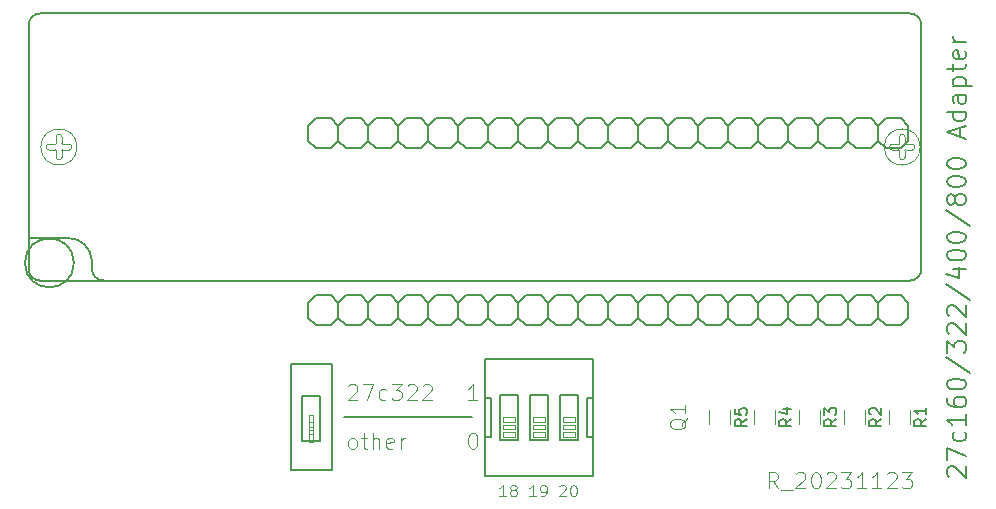
<source format=gto>
%TF.GenerationSoftware,KiCad,Pcbnew,7.0.8*%
%TF.CreationDate,2023-11-23T12:29:14-06:00*%
%TF.ProjectId,27C160_Adapter,32374331-3630-45f4-9164-61707465722e,1.1*%
%TF.SameCoordinates,Original*%
%TF.FileFunction,Legend,Top*%
%TF.FilePolarity,Positive*%
%FSLAX46Y46*%
G04 Gerber Fmt 4.6, Leading zero omitted, Abs format (unit mm)*
G04 Created by KiCad (PCBNEW 7.0.8) date 2023-11-23 12:29:14*
%MOMM*%
%LPD*%
G01*
G04 APERTURE LIST*
%ADD10C,0.113792*%
%ADD11C,0.134112*%
%ADD12C,0.081280*%
%ADD13C,0.150000*%
%ADD14C,0.101600*%
%ADD15C,0.203200*%
%ADD16C,0.152400*%
%ADD17C,0.066040*%
%ADD18C,0.127000*%
%ADD19C,0.120000*%
G04 APERTURE END LIST*
D10*
X171874536Y-125020231D02*
X171424109Y-124376765D01*
X171102376Y-125020231D02*
X171102376Y-123668951D01*
X171102376Y-123668951D02*
X171617149Y-123668951D01*
X171617149Y-123668951D02*
X171745843Y-123733298D01*
X171745843Y-123733298D02*
X171810189Y-123797645D01*
X171810189Y-123797645D02*
X171874536Y-123926338D01*
X171874536Y-123926338D02*
X171874536Y-124119378D01*
X171874536Y-124119378D02*
X171810189Y-124248071D01*
X171810189Y-124248071D02*
X171745843Y-124312418D01*
X171745843Y-124312418D02*
X171617149Y-124376765D01*
X171617149Y-124376765D02*
X171102376Y-124376765D01*
X172131923Y-125148925D02*
X173161469Y-125148925D01*
X173418856Y-123797645D02*
X173483203Y-123733298D01*
X173483203Y-123733298D02*
X173611896Y-123668951D01*
X173611896Y-123668951D02*
X173933630Y-123668951D01*
X173933630Y-123668951D02*
X174062323Y-123733298D01*
X174062323Y-123733298D02*
X174126670Y-123797645D01*
X174126670Y-123797645D02*
X174191016Y-123926338D01*
X174191016Y-123926338D02*
X174191016Y-124055031D01*
X174191016Y-124055031D02*
X174126670Y-124248071D01*
X174126670Y-124248071D02*
X173354510Y-125020231D01*
X173354510Y-125020231D02*
X174191016Y-125020231D01*
X175027523Y-123668951D02*
X175156216Y-123668951D01*
X175156216Y-123668951D02*
X175284909Y-123733298D01*
X175284909Y-123733298D02*
X175349256Y-123797645D01*
X175349256Y-123797645D02*
X175413603Y-123926338D01*
X175413603Y-123926338D02*
X175477949Y-124183725D01*
X175477949Y-124183725D02*
X175477949Y-124505458D01*
X175477949Y-124505458D02*
X175413603Y-124762845D01*
X175413603Y-124762845D02*
X175349256Y-124891538D01*
X175349256Y-124891538D02*
X175284909Y-124955885D01*
X175284909Y-124955885D02*
X175156216Y-125020231D01*
X175156216Y-125020231D02*
X175027523Y-125020231D01*
X175027523Y-125020231D02*
X174898829Y-124955885D01*
X174898829Y-124955885D02*
X174834483Y-124891538D01*
X174834483Y-124891538D02*
X174770136Y-124762845D01*
X174770136Y-124762845D02*
X174705789Y-124505458D01*
X174705789Y-124505458D02*
X174705789Y-124183725D01*
X174705789Y-124183725D02*
X174770136Y-123926338D01*
X174770136Y-123926338D02*
X174834483Y-123797645D01*
X174834483Y-123797645D02*
X174898829Y-123733298D01*
X174898829Y-123733298D02*
X175027523Y-123668951D01*
X175992722Y-123797645D02*
X176057069Y-123733298D01*
X176057069Y-123733298D02*
X176185762Y-123668951D01*
X176185762Y-123668951D02*
X176507496Y-123668951D01*
X176507496Y-123668951D02*
X176636189Y-123733298D01*
X176636189Y-123733298D02*
X176700536Y-123797645D01*
X176700536Y-123797645D02*
X176764882Y-123926338D01*
X176764882Y-123926338D02*
X176764882Y-124055031D01*
X176764882Y-124055031D02*
X176700536Y-124248071D01*
X176700536Y-124248071D02*
X175928376Y-125020231D01*
X175928376Y-125020231D02*
X176764882Y-125020231D01*
X177215309Y-123668951D02*
X178051815Y-123668951D01*
X178051815Y-123668951D02*
X177601389Y-124183725D01*
X177601389Y-124183725D02*
X177794429Y-124183725D01*
X177794429Y-124183725D02*
X177923122Y-124248071D01*
X177923122Y-124248071D02*
X177987469Y-124312418D01*
X177987469Y-124312418D02*
X178051815Y-124441111D01*
X178051815Y-124441111D02*
X178051815Y-124762845D01*
X178051815Y-124762845D02*
X177987469Y-124891538D01*
X177987469Y-124891538D02*
X177923122Y-124955885D01*
X177923122Y-124955885D02*
X177794429Y-125020231D01*
X177794429Y-125020231D02*
X177408349Y-125020231D01*
X177408349Y-125020231D02*
X177279655Y-124955885D01*
X177279655Y-124955885D02*
X177215309Y-124891538D01*
X179338748Y-125020231D02*
X178566588Y-125020231D01*
X178952668Y-125020231D02*
X178952668Y-123668951D01*
X178952668Y-123668951D02*
X178823975Y-123861991D01*
X178823975Y-123861991D02*
X178695282Y-123990685D01*
X178695282Y-123990685D02*
X178566588Y-124055031D01*
X180625681Y-125020231D02*
X179853521Y-125020231D01*
X180239601Y-125020231D02*
X180239601Y-123668951D01*
X180239601Y-123668951D02*
X180110908Y-123861991D01*
X180110908Y-123861991D02*
X179982215Y-123990685D01*
X179982215Y-123990685D02*
X179853521Y-124055031D01*
X181140454Y-123797645D02*
X181204801Y-123733298D01*
X181204801Y-123733298D02*
X181333494Y-123668951D01*
X181333494Y-123668951D02*
X181655228Y-123668951D01*
X181655228Y-123668951D02*
X181783921Y-123733298D01*
X181783921Y-123733298D02*
X181848268Y-123797645D01*
X181848268Y-123797645D02*
X181912614Y-123926338D01*
X181912614Y-123926338D02*
X181912614Y-124055031D01*
X181912614Y-124055031D02*
X181848268Y-124248071D01*
X181848268Y-124248071D02*
X181076108Y-125020231D01*
X181076108Y-125020231D02*
X181912614Y-125020231D01*
X182363041Y-123668951D02*
X183199547Y-123668951D01*
X183199547Y-123668951D02*
X182749121Y-124183725D01*
X182749121Y-124183725D02*
X182942161Y-124183725D01*
X182942161Y-124183725D02*
X183070854Y-124248071D01*
X183070854Y-124248071D02*
X183135201Y-124312418D01*
X183135201Y-124312418D02*
X183199547Y-124441111D01*
X183199547Y-124441111D02*
X183199547Y-124762845D01*
X183199547Y-124762845D02*
X183135201Y-124891538D01*
X183135201Y-124891538D02*
X183070854Y-124955885D01*
X183070854Y-124955885D02*
X182942161Y-125020231D01*
X182942161Y-125020231D02*
X182556081Y-125020231D01*
X182556081Y-125020231D02*
X182427387Y-124955885D01*
X182427387Y-124955885D02*
X182363041Y-124891538D01*
D11*
X186317219Y-124068420D02*
X186241382Y-123992583D01*
X186241382Y-123992583D02*
X186165545Y-123840909D01*
X186165545Y-123840909D02*
X186165545Y-123461723D01*
X186165545Y-123461723D02*
X186241382Y-123310049D01*
X186241382Y-123310049D02*
X186317219Y-123234211D01*
X186317219Y-123234211D02*
X186468893Y-123158374D01*
X186468893Y-123158374D02*
X186620568Y-123158374D01*
X186620568Y-123158374D02*
X186848079Y-123234211D01*
X186848079Y-123234211D02*
X187758125Y-124144257D01*
X187758125Y-124144257D02*
X187758125Y-123158374D01*
X186165545Y-122627514D02*
X186165545Y-121565794D01*
X186165545Y-121565794D02*
X187758125Y-122248328D01*
X187682288Y-120276563D02*
X187758125Y-120428237D01*
X187758125Y-120428237D02*
X187758125Y-120731585D01*
X187758125Y-120731585D02*
X187682288Y-120883260D01*
X187682288Y-120883260D02*
X187606450Y-120959097D01*
X187606450Y-120959097D02*
X187454776Y-121034934D01*
X187454776Y-121034934D02*
X186999753Y-121034934D01*
X186999753Y-121034934D02*
X186848079Y-120959097D01*
X186848079Y-120959097D02*
X186772242Y-120883260D01*
X186772242Y-120883260D02*
X186696405Y-120731585D01*
X186696405Y-120731585D02*
X186696405Y-120428237D01*
X186696405Y-120428237D02*
X186772242Y-120276563D01*
X187758125Y-118759819D02*
X187758125Y-119669865D01*
X187758125Y-119214842D02*
X186165545Y-119214842D01*
X186165545Y-119214842D02*
X186393056Y-119366516D01*
X186393056Y-119366516D02*
X186544730Y-119518191D01*
X186544730Y-119518191D02*
X186620568Y-119669865D01*
X186165545Y-117394751D02*
X186165545Y-117698099D01*
X186165545Y-117698099D02*
X186241382Y-117849773D01*
X186241382Y-117849773D02*
X186317219Y-117925611D01*
X186317219Y-117925611D02*
X186544730Y-118077285D01*
X186544730Y-118077285D02*
X186848079Y-118153122D01*
X186848079Y-118153122D02*
X187454776Y-118153122D01*
X187454776Y-118153122D02*
X187606450Y-118077285D01*
X187606450Y-118077285D02*
X187682288Y-118001448D01*
X187682288Y-118001448D02*
X187758125Y-117849773D01*
X187758125Y-117849773D02*
X187758125Y-117546425D01*
X187758125Y-117546425D02*
X187682288Y-117394751D01*
X187682288Y-117394751D02*
X187606450Y-117318913D01*
X187606450Y-117318913D02*
X187454776Y-117243076D01*
X187454776Y-117243076D02*
X187075590Y-117243076D01*
X187075590Y-117243076D02*
X186923916Y-117318913D01*
X186923916Y-117318913D02*
X186848079Y-117394751D01*
X186848079Y-117394751D02*
X186772242Y-117546425D01*
X186772242Y-117546425D02*
X186772242Y-117849773D01*
X186772242Y-117849773D02*
X186848079Y-118001448D01*
X186848079Y-118001448D02*
X186923916Y-118077285D01*
X186923916Y-118077285D02*
X187075590Y-118153122D01*
X186165545Y-116257193D02*
X186165545Y-116105519D01*
X186165545Y-116105519D02*
X186241382Y-115953845D01*
X186241382Y-115953845D02*
X186317219Y-115878008D01*
X186317219Y-115878008D02*
X186468893Y-115802170D01*
X186468893Y-115802170D02*
X186772242Y-115726333D01*
X186772242Y-115726333D02*
X187151428Y-115726333D01*
X187151428Y-115726333D02*
X187454776Y-115802170D01*
X187454776Y-115802170D02*
X187606450Y-115878008D01*
X187606450Y-115878008D02*
X187682288Y-115953845D01*
X187682288Y-115953845D02*
X187758125Y-116105519D01*
X187758125Y-116105519D02*
X187758125Y-116257193D01*
X187758125Y-116257193D02*
X187682288Y-116408868D01*
X187682288Y-116408868D02*
X187606450Y-116484705D01*
X187606450Y-116484705D02*
X187454776Y-116560542D01*
X187454776Y-116560542D02*
X187151428Y-116636379D01*
X187151428Y-116636379D02*
X186772242Y-116636379D01*
X186772242Y-116636379D02*
X186468893Y-116560542D01*
X186468893Y-116560542D02*
X186317219Y-116484705D01*
X186317219Y-116484705D02*
X186241382Y-116408868D01*
X186241382Y-116408868D02*
X186165545Y-116257193D01*
X186089708Y-113906242D02*
X188137310Y-115271310D01*
X186165545Y-113527056D02*
X186165545Y-112541173D01*
X186165545Y-112541173D02*
X186772242Y-113072033D01*
X186772242Y-113072033D02*
X186772242Y-112844522D01*
X186772242Y-112844522D02*
X186848079Y-112692848D01*
X186848079Y-112692848D02*
X186923916Y-112617010D01*
X186923916Y-112617010D02*
X187075590Y-112541173D01*
X187075590Y-112541173D02*
X187454776Y-112541173D01*
X187454776Y-112541173D02*
X187606450Y-112617010D01*
X187606450Y-112617010D02*
X187682288Y-112692848D01*
X187682288Y-112692848D02*
X187758125Y-112844522D01*
X187758125Y-112844522D02*
X187758125Y-113299545D01*
X187758125Y-113299545D02*
X187682288Y-113451219D01*
X187682288Y-113451219D02*
X187606450Y-113527056D01*
X186317219Y-111934476D02*
X186241382Y-111858639D01*
X186241382Y-111858639D02*
X186165545Y-111706965D01*
X186165545Y-111706965D02*
X186165545Y-111327779D01*
X186165545Y-111327779D02*
X186241382Y-111176105D01*
X186241382Y-111176105D02*
X186317219Y-111100267D01*
X186317219Y-111100267D02*
X186468893Y-111024430D01*
X186468893Y-111024430D02*
X186620568Y-111024430D01*
X186620568Y-111024430D02*
X186848079Y-111100267D01*
X186848079Y-111100267D02*
X187758125Y-112010313D01*
X187758125Y-112010313D02*
X187758125Y-111024430D01*
X186317219Y-110417733D02*
X186241382Y-110341896D01*
X186241382Y-110341896D02*
X186165545Y-110190222D01*
X186165545Y-110190222D02*
X186165545Y-109811036D01*
X186165545Y-109811036D02*
X186241382Y-109659362D01*
X186241382Y-109659362D02*
X186317219Y-109583524D01*
X186317219Y-109583524D02*
X186468893Y-109507687D01*
X186468893Y-109507687D02*
X186620568Y-109507687D01*
X186620568Y-109507687D02*
X186848079Y-109583524D01*
X186848079Y-109583524D02*
X187758125Y-110493570D01*
X187758125Y-110493570D02*
X187758125Y-109507687D01*
X186089708Y-107687596D02*
X188137310Y-109052664D01*
X186696405Y-106474202D02*
X187758125Y-106474202D01*
X186089708Y-106853387D02*
X187227265Y-107232573D01*
X187227265Y-107232573D02*
X187227265Y-106246690D01*
X186165545Y-105336644D02*
X186165545Y-105184970D01*
X186165545Y-105184970D02*
X186241382Y-105033296D01*
X186241382Y-105033296D02*
X186317219Y-104957459D01*
X186317219Y-104957459D02*
X186468893Y-104881621D01*
X186468893Y-104881621D02*
X186772242Y-104805784D01*
X186772242Y-104805784D02*
X187151428Y-104805784D01*
X187151428Y-104805784D02*
X187454776Y-104881621D01*
X187454776Y-104881621D02*
X187606450Y-104957459D01*
X187606450Y-104957459D02*
X187682288Y-105033296D01*
X187682288Y-105033296D02*
X187758125Y-105184970D01*
X187758125Y-105184970D02*
X187758125Y-105336644D01*
X187758125Y-105336644D02*
X187682288Y-105488319D01*
X187682288Y-105488319D02*
X187606450Y-105564156D01*
X187606450Y-105564156D02*
X187454776Y-105639993D01*
X187454776Y-105639993D02*
X187151428Y-105715830D01*
X187151428Y-105715830D02*
X186772242Y-105715830D01*
X186772242Y-105715830D02*
X186468893Y-105639993D01*
X186468893Y-105639993D02*
X186317219Y-105564156D01*
X186317219Y-105564156D02*
X186241382Y-105488319D01*
X186241382Y-105488319D02*
X186165545Y-105336644D01*
X186165545Y-103819901D02*
X186165545Y-103668227D01*
X186165545Y-103668227D02*
X186241382Y-103516553D01*
X186241382Y-103516553D02*
X186317219Y-103440716D01*
X186317219Y-103440716D02*
X186468893Y-103364878D01*
X186468893Y-103364878D02*
X186772242Y-103289041D01*
X186772242Y-103289041D02*
X187151428Y-103289041D01*
X187151428Y-103289041D02*
X187454776Y-103364878D01*
X187454776Y-103364878D02*
X187606450Y-103440716D01*
X187606450Y-103440716D02*
X187682288Y-103516553D01*
X187682288Y-103516553D02*
X187758125Y-103668227D01*
X187758125Y-103668227D02*
X187758125Y-103819901D01*
X187758125Y-103819901D02*
X187682288Y-103971576D01*
X187682288Y-103971576D02*
X187606450Y-104047413D01*
X187606450Y-104047413D02*
X187454776Y-104123250D01*
X187454776Y-104123250D02*
X187151428Y-104199087D01*
X187151428Y-104199087D02*
X186772242Y-104199087D01*
X186772242Y-104199087D02*
X186468893Y-104123250D01*
X186468893Y-104123250D02*
X186317219Y-104047413D01*
X186317219Y-104047413D02*
X186241382Y-103971576D01*
X186241382Y-103971576D02*
X186165545Y-103819901D01*
X186089708Y-101468950D02*
X188137310Y-102834018D01*
X186848079Y-100710578D02*
X186772242Y-100862253D01*
X186772242Y-100862253D02*
X186696405Y-100938090D01*
X186696405Y-100938090D02*
X186544730Y-101013927D01*
X186544730Y-101013927D02*
X186468893Y-101013927D01*
X186468893Y-101013927D02*
X186317219Y-100938090D01*
X186317219Y-100938090D02*
X186241382Y-100862253D01*
X186241382Y-100862253D02*
X186165545Y-100710578D01*
X186165545Y-100710578D02*
X186165545Y-100407230D01*
X186165545Y-100407230D02*
X186241382Y-100255556D01*
X186241382Y-100255556D02*
X186317219Y-100179718D01*
X186317219Y-100179718D02*
X186468893Y-100103881D01*
X186468893Y-100103881D02*
X186544730Y-100103881D01*
X186544730Y-100103881D02*
X186696405Y-100179718D01*
X186696405Y-100179718D02*
X186772242Y-100255556D01*
X186772242Y-100255556D02*
X186848079Y-100407230D01*
X186848079Y-100407230D02*
X186848079Y-100710578D01*
X186848079Y-100710578D02*
X186923916Y-100862253D01*
X186923916Y-100862253D02*
X186999753Y-100938090D01*
X186999753Y-100938090D02*
X187151428Y-101013927D01*
X187151428Y-101013927D02*
X187454776Y-101013927D01*
X187454776Y-101013927D02*
X187606450Y-100938090D01*
X187606450Y-100938090D02*
X187682288Y-100862253D01*
X187682288Y-100862253D02*
X187758125Y-100710578D01*
X187758125Y-100710578D02*
X187758125Y-100407230D01*
X187758125Y-100407230D02*
X187682288Y-100255556D01*
X187682288Y-100255556D02*
X187606450Y-100179718D01*
X187606450Y-100179718D02*
X187454776Y-100103881D01*
X187454776Y-100103881D02*
X187151428Y-100103881D01*
X187151428Y-100103881D02*
X186999753Y-100179718D01*
X186999753Y-100179718D02*
X186923916Y-100255556D01*
X186923916Y-100255556D02*
X186848079Y-100407230D01*
X186165545Y-99117998D02*
X186165545Y-98966324D01*
X186165545Y-98966324D02*
X186241382Y-98814650D01*
X186241382Y-98814650D02*
X186317219Y-98738813D01*
X186317219Y-98738813D02*
X186468893Y-98662975D01*
X186468893Y-98662975D02*
X186772242Y-98587138D01*
X186772242Y-98587138D02*
X187151428Y-98587138D01*
X187151428Y-98587138D02*
X187454776Y-98662975D01*
X187454776Y-98662975D02*
X187606450Y-98738813D01*
X187606450Y-98738813D02*
X187682288Y-98814650D01*
X187682288Y-98814650D02*
X187758125Y-98966324D01*
X187758125Y-98966324D02*
X187758125Y-99117998D01*
X187758125Y-99117998D02*
X187682288Y-99269673D01*
X187682288Y-99269673D02*
X187606450Y-99345510D01*
X187606450Y-99345510D02*
X187454776Y-99421347D01*
X187454776Y-99421347D02*
X187151428Y-99497184D01*
X187151428Y-99497184D02*
X186772242Y-99497184D01*
X186772242Y-99497184D02*
X186468893Y-99421347D01*
X186468893Y-99421347D02*
X186317219Y-99345510D01*
X186317219Y-99345510D02*
X186241382Y-99269673D01*
X186241382Y-99269673D02*
X186165545Y-99117998D01*
X186165545Y-97601255D02*
X186165545Y-97449581D01*
X186165545Y-97449581D02*
X186241382Y-97297907D01*
X186241382Y-97297907D02*
X186317219Y-97222070D01*
X186317219Y-97222070D02*
X186468893Y-97146232D01*
X186468893Y-97146232D02*
X186772242Y-97070395D01*
X186772242Y-97070395D02*
X187151428Y-97070395D01*
X187151428Y-97070395D02*
X187454776Y-97146232D01*
X187454776Y-97146232D02*
X187606450Y-97222070D01*
X187606450Y-97222070D02*
X187682288Y-97297907D01*
X187682288Y-97297907D02*
X187758125Y-97449581D01*
X187758125Y-97449581D02*
X187758125Y-97601255D01*
X187758125Y-97601255D02*
X187682288Y-97752930D01*
X187682288Y-97752930D02*
X187606450Y-97828767D01*
X187606450Y-97828767D02*
X187454776Y-97904604D01*
X187454776Y-97904604D02*
X187151428Y-97980441D01*
X187151428Y-97980441D02*
X186772242Y-97980441D01*
X186772242Y-97980441D02*
X186468893Y-97904604D01*
X186468893Y-97904604D02*
X186317219Y-97828767D01*
X186317219Y-97828767D02*
X186241382Y-97752930D01*
X186241382Y-97752930D02*
X186165545Y-97601255D01*
X187303102Y-95250304D02*
X187303102Y-94491933D01*
X187758125Y-95401978D02*
X186165545Y-94871118D01*
X186165545Y-94871118D02*
X187758125Y-94340258D01*
X187758125Y-93126864D02*
X186165545Y-93126864D01*
X187682288Y-93126864D02*
X187758125Y-93278538D01*
X187758125Y-93278538D02*
X187758125Y-93581886D01*
X187758125Y-93581886D02*
X187682288Y-93733561D01*
X187682288Y-93733561D02*
X187606450Y-93809398D01*
X187606450Y-93809398D02*
X187454776Y-93885235D01*
X187454776Y-93885235D02*
X186999753Y-93885235D01*
X186999753Y-93885235D02*
X186848079Y-93809398D01*
X186848079Y-93809398D02*
X186772242Y-93733561D01*
X186772242Y-93733561D02*
X186696405Y-93581886D01*
X186696405Y-93581886D02*
X186696405Y-93278538D01*
X186696405Y-93278538D02*
X186772242Y-93126864D01*
X187758125Y-91685958D02*
X186923916Y-91685958D01*
X186923916Y-91685958D02*
X186772242Y-91761795D01*
X186772242Y-91761795D02*
X186696405Y-91913469D01*
X186696405Y-91913469D02*
X186696405Y-92216818D01*
X186696405Y-92216818D02*
X186772242Y-92368492D01*
X187682288Y-91685958D02*
X187758125Y-91837632D01*
X187758125Y-91837632D02*
X187758125Y-92216818D01*
X187758125Y-92216818D02*
X187682288Y-92368492D01*
X187682288Y-92368492D02*
X187530613Y-92444329D01*
X187530613Y-92444329D02*
X187378939Y-92444329D01*
X187378939Y-92444329D02*
X187227265Y-92368492D01*
X187227265Y-92368492D02*
X187151428Y-92216818D01*
X187151428Y-92216818D02*
X187151428Y-91837632D01*
X187151428Y-91837632D02*
X187075590Y-91685958D01*
X186696405Y-90927586D02*
X188288985Y-90927586D01*
X186772242Y-90927586D02*
X186696405Y-90775912D01*
X186696405Y-90775912D02*
X186696405Y-90472563D01*
X186696405Y-90472563D02*
X186772242Y-90320889D01*
X186772242Y-90320889D02*
X186848079Y-90245052D01*
X186848079Y-90245052D02*
X186999753Y-90169214D01*
X186999753Y-90169214D02*
X187454776Y-90169214D01*
X187454776Y-90169214D02*
X187606450Y-90245052D01*
X187606450Y-90245052D02*
X187682288Y-90320889D01*
X187682288Y-90320889D02*
X187758125Y-90472563D01*
X187758125Y-90472563D02*
X187758125Y-90775912D01*
X187758125Y-90775912D02*
X187682288Y-90927586D01*
X186696405Y-89714191D02*
X186696405Y-89107494D01*
X186165545Y-89486680D02*
X187530613Y-89486680D01*
X187530613Y-89486680D02*
X187682288Y-89410843D01*
X187682288Y-89410843D02*
X187758125Y-89259168D01*
X187758125Y-89259168D02*
X187758125Y-89107494D01*
X187682288Y-87969937D02*
X187758125Y-88121611D01*
X187758125Y-88121611D02*
X187758125Y-88424960D01*
X187758125Y-88424960D02*
X187682288Y-88576634D01*
X187682288Y-88576634D02*
X187530613Y-88652471D01*
X187530613Y-88652471D02*
X186923916Y-88652471D01*
X186923916Y-88652471D02*
X186772242Y-88576634D01*
X186772242Y-88576634D02*
X186696405Y-88424960D01*
X186696405Y-88424960D02*
X186696405Y-88121611D01*
X186696405Y-88121611D02*
X186772242Y-87969937D01*
X186772242Y-87969937D02*
X186923916Y-87894100D01*
X186923916Y-87894100D02*
X187075590Y-87894100D01*
X187075590Y-87894100D02*
X187227265Y-88652471D01*
X187758125Y-87211565D02*
X186696405Y-87211565D01*
X186999753Y-87211565D02*
X186848079Y-87135728D01*
X186848079Y-87135728D02*
X186772242Y-87059891D01*
X186772242Y-87059891D02*
X186696405Y-86908216D01*
X186696405Y-86908216D02*
X186696405Y-86756542D01*
D12*
X148830441Y-125695534D02*
X148278898Y-125695534D01*
X148554670Y-125695534D02*
X148554670Y-124730334D01*
X148554670Y-124730334D02*
X148462746Y-124868220D01*
X148462746Y-124868220D02*
X148370822Y-124960144D01*
X148370822Y-124960144D02*
X148278898Y-125006106D01*
X149381984Y-125143992D02*
X149290060Y-125098030D01*
X149290060Y-125098030D02*
X149244098Y-125052068D01*
X149244098Y-125052068D02*
X149198136Y-124960144D01*
X149198136Y-124960144D02*
X149198136Y-124914182D01*
X149198136Y-124914182D02*
X149244098Y-124822258D01*
X149244098Y-124822258D02*
X149290060Y-124776296D01*
X149290060Y-124776296D02*
X149381984Y-124730334D01*
X149381984Y-124730334D02*
X149565831Y-124730334D01*
X149565831Y-124730334D02*
X149657755Y-124776296D01*
X149657755Y-124776296D02*
X149703717Y-124822258D01*
X149703717Y-124822258D02*
X149749679Y-124914182D01*
X149749679Y-124914182D02*
X149749679Y-124960144D01*
X149749679Y-124960144D02*
X149703717Y-125052068D01*
X149703717Y-125052068D02*
X149657755Y-125098030D01*
X149657755Y-125098030D02*
X149565831Y-125143992D01*
X149565831Y-125143992D02*
X149381984Y-125143992D01*
X149381984Y-125143992D02*
X149290060Y-125189953D01*
X149290060Y-125189953D02*
X149244098Y-125235915D01*
X149244098Y-125235915D02*
X149198136Y-125327839D01*
X149198136Y-125327839D02*
X149198136Y-125511687D01*
X149198136Y-125511687D02*
X149244098Y-125603611D01*
X149244098Y-125603611D02*
X149290060Y-125649573D01*
X149290060Y-125649573D02*
X149381984Y-125695534D01*
X149381984Y-125695534D02*
X149565831Y-125695534D01*
X149565831Y-125695534D02*
X149657755Y-125649573D01*
X149657755Y-125649573D02*
X149703717Y-125603611D01*
X149703717Y-125603611D02*
X149749679Y-125511687D01*
X149749679Y-125511687D02*
X149749679Y-125327839D01*
X149749679Y-125327839D02*
X149703717Y-125235915D01*
X149703717Y-125235915D02*
X149657755Y-125189953D01*
X149657755Y-125189953D02*
X149565831Y-125143992D01*
X151370441Y-125695534D02*
X150818898Y-125695534D01*
X151094670Y-125695534D02*
X151094670Y-124730334D01*
X151094670Y-124730334D02*
X151002746Y-124868220D01*
X151002746Y-124868220D02*
X150910822Y-124960144D01*
X150910822Y-124960144D02*
X150818898Y-125006106D01*
X151830060Y-125695534D02*
X152013908Y-125695534D01*
X152013908Y-125695534D02*
X152105831Y-125649573D01*
X152105831Y-125649573D02*
X152151793Y-125603611D01*
X152151793Y-125603611D02*
X152243717Y-125465725D01*
X152243717Y-125465725D02*
X152289679Y-125281877D01*
X152289679Y-125281877D02*
X152289679Y-124914182D01*
X152289679Y-124914182D02*
X152243717Y-124822258D01*
X152243717Y-124822258D02*
X152197755Y-124776296D01*
X152197755Y-124776296D02*
X152105831Y-124730334D01*
X152105831Y-124730334D02*
X151921984Y-124730334D01*
X151921984Y-124730334D02*
X151830060Y-124776296D01*
X151830060Y-124776296D02*
X151784098Y-124822258D01*
X151784098Y-124822258D02*
X151738136Y-124914182D01*
X151738136Y-124914182D02*
X151738136Y-125143992D01*
X151738136Y-125143992D02*
X151784098Y-125235915D01*
X151784098Y-125235915D02*
X151830060Y-125281877D01*
X151830060Y-125281877D02*
X151921984Y-125327839D01*
X151921984Y-125327839D02*
X152105831Y-125327839D01*
X152105831Y-125327839D02*
X152197755Y-125281877D01*
X152197755Y-125281877D02*
X152243717Y-125235915D01*
X152243717Y-125235915D02*
X152289679Y-125143992D01*
X153358898Y-124822258D02*
X153404860Y-124776296D01*
X153404860Y-124776296D02*
X153496784Y-124730334D01*
X153496784Y-124730334D02*
X153726593Y-124730334D01*
X153726593Y-124730334D02*
X153818517Y-124776296D01*
X153818517Y-124776296D02*
X153864479Y-124822258D01*
X153864479Y-124822258D02*
X153910441Y-124914182D01*
X153910441Y-124914182D02*
X153910441Y-125006106D01*
X153910441Y-125006106D02*
X153864479Y-125143992D01*
X153864479Y-125143992D02*
X153312936Y-125695534D01*
X153312936Y-125695534D02*
X153910441Y-125695534D01*
X154507946Y-124730334D02*
X154599869Y-124730334D01*
X154599869Y-124730334D02*
X154691793Y-124776296D01*
X154691793Y-124776296D02*
X154737755Y-124822258D01*
X154737755Y-124822258D02*
X154783717Y-124914182D01*
X154783717Y-124914182D02*
X154829679Y-125098030D01*
X154829679Y-125098030D02*
X154829679Y-125327839D01*
X154829679Y-125327839D02*
X154783717Y-125511687D01*
X154783717Y-125511687D02*
X154737755Y-125603611D01*
X154737755Y-125603611D02*
X154691793Y-125649573D01*
X154691793Y-125649573D02*
X154599869Y-125695534D01*
X154599869Y-125695534D02*
X154507946Y-125695534D01*
X154507946Y-125695534D02*
X154416022Y-125649573D01*
X154416022Y-125649573D02*
X154370060Y-125603611D01*
X154370060Y-125603611D02*
X154324098Y-125511687D01*
X154324098Y-125511687D02*
X154278136Y-125327839D01*
X154278136Y-125327839D02*
X154278136Y-125098030D01*
X154278136Y-125098030D02*
X154324098Y-124914182D01*
X154324098Y-124914182D02*
X154370060Y-124822258D01*
X154370060Y-124822258D02*
X154416022Y-124776296D01*
X154416022Y-124776296D02*
X154507946Y-124730334D01*
D13*
X135166100Y-118973600D02*
X145961100Y-118973600D01*
D10*
X135498349Y-116309725D02*
X135562696Y-116245378D01*
X135562696Y-116245378D02*
X135691389Y-116181031D01*
X135691389Y-116181031D02*
X136013123Y-116181031D01*
X136013123Y-116181031D02*
X136141816Y-116245378D01*
X136141816Y-116245378D02*
X136206163Y-116309725D01*
X136206163Y-116309725D02*
X136270509Y-116438418D01*
X136270509Y-116438418D02*
X136270509Y-116567111D01*
X136270509Y-116567111D02*
X136206163Y-116760151D01*
X136206163Y-116760151D02*
X135434003Y-117532311D01*
X135434003Y-117532311D02*
X136270509Y-117532311D01*
X136720936Y-116181031D02*
X137621789Y-116181031D01*
X137621789Y-116181031D02*
X137042669Y-117532311D01*
X138715682Y-117467965D02*
X138586989Y-117532311D01*
X138586989Y-117532311D02*
X138329602Y-117532311D01*
X138329602Y-117532311D02*
X138200909Y-117467965D01*
X138200909Y-117467965D02*
X138136562Y-117403618D01*
X138136562Y-117403618D02*
X138072215Y-117274925D01*
X138072215Y-117274925D02*
X138072215Y-116888845D01*
X138072215Y-116888845D02*
X138136562Y-116760151D01*
X138136562Y-116760151D02*
X138200909Y-116695805D01*
X138200909Y-116695805D02*
X138329602Y-116631458D01*
X138329602Y-116631458D02*
X138586989Y-116631458D01*
X138586989Y-116631458D02*
X138715682Y-116695805D01*
X139166109Y-116181031D02*
X140002615Y-116181031D01*
X140002615Y-116181031D02*
X139552189Y-116695805D01*
X139552189Y-116695805D02*
X139745229Y-116695805D01*
X139745229Y-116695805D02*
X139873922Y-116760151D01*
X139873922Y-116760151D02*
X139938269Y-116824498D01*
X139938269Y-116824498D02*
X140002615Y-116953191D01*
X140002615Y-116953191D02*
X140002615Y-117274925D01*
X140002615Y-117274925D02*
X139938269Y-117403618D01*
X139938269Y-117403618D02*
X139873922Y-117467965D01*
X139873922Y-117467965D02*
X139745229Y-117532311D01*
X139745229Y-117532311D02*
X139359149Y-117532311D01*
X139359149Y-117532311D02*
X139230455Y-117467965D01*
X139230455Y-117467965D02*
X139166109Y-117403618D01*
X140517388Y-116309725D02*
X140581735Y-116245378D01*
X140581735Y-116245378D02*
X140710428Y-116181031D01*
X140710428Y-116181031D02*
X141032162Y-116181031D01*
X141032162Y-116181031D02*
X141160855Y-116245378D01*
X141160855Y-116245378D02*
X141225202Y-116309725D01*
X141225202Y-116309725D02*
X141289548Y-116438418D01*
X141289548Y-116438418D02*
X141289548Y-116567111D01*
X141289548Y-116567111D02*
X141225202Y-116760151D01*
X141225202Y-116760151D02*
X140453042Y-117532311D01*
X140453042Y-117532311D02*
X141289548Y-117532311D01*
X141804321Y-116309725D02*
X141868668Y-116245378D01*
X141868668Y-116245378D02*
X141997361Y-116181031D01*
X141997361Y-116181031D02*
X142319095Y-116181031D01*
X142319095Y-116181031D02*
X142447788Y-116245378D01*
X142447788Y-116245378D02*
X142512135Y-116309725D01*
X142512135Y-116309725D02*
X142576481Y-116438418D01*
X142576481Y-116438418D02*
X142576481Y-116567111D01*
X142576481Y-116567111D02*
X142512135Y-116760151D01*
X142512135Y-116760151D02*
X141739975Y-117532311D01*
X141739975Y-117532311D02*
X142576481Y-117532311D01*
X135755736Y-121653308D02*
X135627043Y-121588962D01*
X135627043Y-121588962D02*
X135562696Y-121524615D01*
X135562696Y-121524615D02*
X135498349Y-121395922D01*
X135498349Y-121395922D02*
X135498349Y-121009842D01*
X135498349Y-121009842D02*
X135562696Y-120881148D01*
X135562696Y-120881148D02*
X135627043Y-120816802D01*
X135627043Y-120816802D02*
X135755736Y-120752455D01*
X135755736Y-120752455D02*
X135948776Y-120752455D01*
X135948776Y-120752455D02*
X136077469Y-120816802D01*
X136077469Y-120816802D02*
X136141816Y-120881148D01*
X136141816Y-120881148D02*
X136206163Y-121009842D01*
X136206163Y-121009842D02*
X136206163Y-121395922D01*
X136206163Y-121395922D02*
X136141816Y-121524615D01*
X136141816Y-121524615D02*
X136077469Y-121588962D01*
X136077469Y-121588962D02*
X135948776Y-121653308D01*
X135948776Y-121653308D02*
X135755736Y-121653308D01*
X136592243Y-120752455D02*
X137107016Y-120752455D01*
X136785283Y-120302028D02*
X136785283Y-121460268D01*
X136785283Y-121460268D02*
X136849630Y-121588962D01*
X136849630Y-121588962D02*
X136978323Y-121653308D01*
X136978323Y-121653308D02*
X137107016Y-121653308D01*
X137557443Y-121653308D02*
X137557443Y-120302028D01*
X138136563Y-121653308D02*
X138136563Y-120945495D01*
X138136563Y-120945495D02*
X138072216Y-120816802D01*
X138072216Y-120816802D02*
X137943523Y-120752455D01*
X137943523Y-120752455D02*
X137750483Y-120752455D01*
X137750483Y-120752455D02*
X137621790Y-120816802D01*
X137621790Y-120816802D02*
X137557443Y-120881148D01*
X139294803Y-121588962D02*
X139166110Y-121653308D01*
X139166110Y-121653308D02*
X138908723Y-121653308D01*
X138908723Y-121653308D02*
X138780030Y-121588962D01*
X138780030Y-121588962D02*
X138715683Y-121460268D01*
X138715683Y-121460268D02*
X138715683Y-120945495D01*
X138715683Y-120945495D02*
X138780030Y-120816802D01*
X138780030Y-120816802D02*
X138908723Y-120752455D01*
X138908723Y-120752455D02*
X139166110Y-120752455D01*
X139166110Y-120752455D02*
X139294803Y-120816802D01*
X139294803Y-120816802D02*
X139359150Y-120945495D01*
X139359150Y-120945495D02*
X139359150Y-121074188D01*
X139359150Y-121074188D02*
X138715683Y-121202882D01*
X139938270Y-121653308D02*
X139938270Y-120752455D01*
X139938270Y-121009842D02*
X140002617Y-120881148D01*
X140002617Y-120881148D02*
X140066963Y-120816802D01*
X140066963Y-120816802D02*
X140195657Y-120752455D01*
X140195657Y-120752455D02*
X140324350Y-120752455D01*
X146430509Y-117532311D02*
X145658349Y-117532311D01*
X146044429Y-117532311D02*
X146044429Y-116181031D01*
X146044429Y-116181031D02*
X145915736Y-116374071D01*
X145915736Y-116374071D02*
X145787043Y-116502765D01*
X145787043Y-116502765D02*
X145658349Y-116567111D01*
X145980083Y-120302028D02*
X146108776Y-120302028D01*
X146108776Y-120302028D02*
X146237469Y-120366375D01*
X146237469Y-120366375D02*
X146301816Y-120430722D01*
X146301816Y-120430722D02*
X146366163Y-120559415D01*
X146366163Y-120559415D02*
X146430509Y-120816802D01*
X146430509Y-120816802D02*
X146430509Y-121138535D01*
X146430509Y-121138535D02*
X146366163Y-121395922D01*
X146366163Y-121395922D02*
X146301816Y-121524615D01*
X146301816Y-121524615D02*
X146237469Y-121588962D01*
X146237469Y-121588962D02*
X146108776Y-121653308D01*
X146108776Y-121653308D02*
X145980083Y-121653308D01*
X145980083Y-121653308D02*
X145851389Y-121588962D01*
X145851389Y-121588962D02*
X145787043Y-121524615D01*
X145787043Y-121524615D02*
X145722696Y-121395922D01*
X145722696Y-121395922D02*
X145658349Y-121138535D01*
X145658349Y-121138535D02*
X145658349Y-120816802D01*
X145658349Y-120816802D02*
X145722696Y-120559415D01*
X145722696Y-120559415D02*
X145787043Y-120430722D01*
X145787043Y-120430722D02*
X145851389Y-120366375D01*
X145851389Y-120366375D02*
X145980083Y-120302028D01*
D13*
X184430819Y-119140666D02*
X183954628Y-119473999D01*
X184430819Y-119712094D02*
X183430819Y-119712094D01*
X183430819Y-119712094D02*
X183430819Y-119331142D01*
X183430819Y-119331142D02*
X183478438Y-119235904D01*
X183478438Y-119235904D02*
X183526057Y-119188285D01*
X183526057Y-119188285D02*
X183621295Y-119140666D01*
X183621295Y-119140666D02*
X183764152Y-119140666D01*
X183764152Y-119140666D02*
X183859390Y-119188285D01*
X183859390Y-119188285D02*
X183907009Y-119235904D01*
X183907009Y-119235904D02*
X183954628Y-119331142D01*
X183954628Y-119331142D02*
X183954628Y-119712094D01*
X184430819Y-118188285D02*
X184430819Y-118759713D01*
X184430819Y-118473999D02*
X183430819Y-118473999D01*
X183430819Y-118473999D02*
X183573676Y-118569237D01*
X183573676Y-118569237D02*
X183668914Y-118664475D01*
X183668914Y-118664475D02*
X183716533Y-118759713D01*
X180620819Y-119140666D02*
X180144628Y-119473999D01*
X180620819Y-119712094D02*
X179620819Y-119712094D01*
X179620819Y-119712094D02*
X179620819Y-119331142D01*
X179620819Y-119331142D02*
X179668438Y-119235904D01*
X179668438Y-119235904D02*
X179716057Y-119188285D01*
X179716057Y-119188285D02*
X179811295Y-119140666D01*
X179811295Y-119140666D02*
X179954152Y-119140666D01*
X179954152Y-119140666D02*
X180049390Y-119188285D01*
X180049390Y-119188285D02*
X180097009Y-119235904D01*
X180097009Y-119235904D02*
X180144628Y-119331142D01*
X180144628Y-119331142D02*
X180144628Y-119712094D01*
X179716057Y-118759713D02*
X179668438Y-118712094D01*
X179668438Y-118712094D02*
X179620819Y-118616856D01*
X179620819Y-118616856D02*
X179620819Y-118378761D01*
X179620819Y-118378761D02*
X179668438Y-118283523D01*
X179668438Y-118283523D02*
X179716057Y-118235904D01*
X179716057Y-118235904D02*
X179811295Y-118188285D01*
X179811295Y-118188285D02*
X179906533Y-118188285D01*
X179906533Y-118188285D02*
X180049390Y-118235904D01*
X180049390Y-118235904D02*
X180620819Y-118807332D01*
X180620819Y-118807332D02*
X180620819Y-118188285D01*
X176810819Y-119140666D02*
X176334628Y-119473999D01*
X176810819Y-119712094D02*
X175810819Y-119712094D01*
X175810819Y-119712094D02*
X175810819Y-119331142D01*
X175810819Y-119331142D02*
X175858438Y-119235904D01*
X175858438Y-119235904D02*
X175906057Y-119188285D01*
X175906057Y-119188285D02*
X176001295Y-119140666D01*
X176001295Y-119140666D02*
X176144152Y-119140666D01*
X176144152Y-119140666D02*
X176239390Y-119188285D01*
X176239390Y-119188285D02*
X176287009Y-119235904D01*
X176287009Y-119235904D02*
X176334628Y-119331142D01*
X176334628Y-119331142D02*
X176334628Y-119712094D01*
X175810819Y-118807332D02*
X175810819Y-118188285D01*
X175810819Y-118188285D02*
X176191771Y-118521618D01*
X176191771Y-118521618D02*
X176191771Y-118378761D01*
X176191771Y-118378761D02*
X176239390Y-118283523D01*
X176239390Y-118283523D02*
X176287009Y-118235904D01*
X176287009Y-118235904D02*
X176382247Y-118188285D01*
X176382247Y-118188285D02*
X176620342Y-118188285D01*
X176620342Y-118188285D02*
X176715580Y-118235904D01*
X176715580Y-118235904D02*
X176763200Y-118283523D01*
X176763200Y-118283523D02*
X176810819Y-118378761D01*
X176810819Y-118378761D02*
X176810819Y-118664475D01*
X176810819Y-118664475D02*
X176763200Y-118759713D01*
X176763200Y-118759713D02*
X176715580Y-118807332D01*
X173000819Y-119140666D02*
X172524628Y-119473999D01*
X173000819Y-119712094D02*
X172000819Y-119712094D01*
X172000819Y-119712094D02*
X172000819Y-119331142D01*
X172000819Y-119331142D02*
X172048438Y-119235904D01*
X172048438Y-119235904D02*
X172096057Y-119188285D01*
X172096057Y-119188285D02*
X172191295Y-119140666D01*
X172191295Y-119140666D02*
X172334152Y-119140666D01*
X172334152Y-119140666D02*
X172429390Y-119188285D01*
X172429390Y-119188285D02*
X172477009Y-119235904D01*
X172477009Y-119235904D02*
X172524628Y-119331142D01*
X172524628Y-119331142D02*
X172524628Y-119712094D01*
X172334152Y-118283523D02*
X173000819Y-118283523D01*
X171953200Y-118521618D02*
X172667485Y-118759713D01*
X172667485Y-118759713D02*
X172667485Y-118140666D01*
X169235279Y-119163126D02*
X168759088Y-119496459D01*
X169235279Y-119734554D02*
X168235279Y-119734554D01*
X168235279Y-119734554D02*
X168235279Y-119353602D01*
X168235279Y-119353602D02*
X168282898Y-119258364D01*
X168282898Y-119258364D02*
X168330517Y-119210745D01*
X168330517Y-119210745D02*
X168425755Y-119163126D01*
X168425755Y-119163126D02*
X168568612Y-119163126D01*
X168568612Y-119163126D02*
X168663850Y-119210745D01*
X168663850Y-119210745D02*
X168711469Y-119258364D01*
X168711469Y-119258364D02*
X168759088Y-119353602D01*
X168759088Y-119353602D02*
X168759088Y-119734554D01*
X168235279Y-118258364D02*
X168235279Y-118734554D01*
X168235279Y-118734554D02*
X168711469Y-118782173D01*
X168711469Y-118782173D02*
X168663850Y-118734554D01*
X168663850Y-118734554D02*
X168616231Y-118639316D01*
X168616231Y-118639316D02*
X168616231Y-118401221D01*
X168616231Y-118401221D02*
X168663850Y-118305983D01*
X168663850Y-118305983D02*
X168711469Y-118258364D01*
X168711469Y-118258364D02*
X168806707Y-118210745D01*
X168806707Y-118210745D02*
X169044802Y-118210745D01*
X169044802Y-118210745D02*
X169140040Y-118258364D01*
X169140040Y-118258364D02*
X169187660Y-118305983D01*
X169187660Y-118305983D02*
X169235279Y-118401221D01*
X169235279Y-118401221D02*
X169235279Y-118639316D01*
X169235279Y-118639316D02*
X169187660Y-118734554D01*
X169187660Y-118734554D02*
X169140040Y-118782173D01*
D14*
X164144574Y-119086932D02*
X164084098Y-119207884D01*
X164084098Y-119207884D02*
X163963146Y-119328837D01*
X163963146Y-119328837D02*
X163781717Y-119510265D01*
X163781717Y-119510265D02*
X163721241Y-119631218D01*
X163721241Y-119631218D02*
X163721241Y-119752170D01*
X164023622Y-119691694D02*
X163963146Y-119812646D01*
X163963146Y-119812646D02*
X163842193Y-119933599D01*
X163842193Y-119933599D02*
X163600288Y-119994075D01*
X163600288Y-119994075D02*
X163176955Y-119994075D01*
X163176955Y-119994075D02*
X162935050Y-119933599D01*
X162935050Y-119933599D02*
X162814098Y-119812646D01*
X162814098Y-119812646D02*
X162753622Y-119691694D01*
X162753622Y-119691694D02*
X162753622Y-119449789D01*
X162753622Y-119449789D02*
X162814098Y-119328837D01*
X162814098Y-119328837D02*
X162935050Y-119207884D01*
X162935050Y-119207884D02*
X163176955Y-119147408D01*
X163176955Y-119147408D02*
X163600288Y-119147408D01*
X163600288Y-119147408D02*
X163842193Y-119207884D01*
X163842193Y-119207884D02*
X163963146Y-119328837D01*
X163963146Y-119328837D02*
X164023622Y-119449789D01*
X164023622Y-119449789D02*
X164023622Y-119691694D01*
X164023622Y-117937884D02*
X164023622Y-118663599D01*
X164023622Y-118300742D02*
X162753622Y-118300742D01*
X162753622Y-118300742D02*
X162935050Y-118421694D01*
X162935050Y-118421694D02*
X163056003Y-118542646D01*
X163056003Y-118542646D02*
X163116479Y-118663599D01*
D15*
%TO.C,ZX1*%
X109428180Y-84805520D02*
X183024680Y-84805520D01*
X184025440Y-85803740D02*
X184025440Y-106423460D01*
X183024680Y-107421680D02*
X114838380Y-107421680D01*
X114838380Y-107421680D02*
X109428180Y-107421680D01*
X108427420Y-106423460D02*
X108427420Y-85803740D01*
D14*
X110766760Y-95803720D02*
X110766760Y-95265240D01*
X111226500Y-95265240D02*
X111226500Y-95813880D01*
D15*
X108536640Y-103822500D02*
X111787840Y-103822500D01*
X113786820Y-105773220D02*
X113786820Y-106423460D01*
D14*
X110688020Y-96342200D02*
X110147000Y-96342200D01*
X110147000Y-95885000D02*
X110698180Y-95885000D01*
X111226500Y-96423480D02*
X111226500Y-96961960D01*
X110766760Y-96961960D02*
X110766760Y-96413320D01*
X111307780Y-95885000D02*
X111846260Y-95885000D01*
X111846260Y-96342200D02*
X111297620Y-96342200D01*
X182163620Y-95803720D02*
X182163620Y-95265240D01*
X182625900Y-95265240D02*
X182625900Y-95813880D01*
X182084880Y-96342200D02*
X181543860Y-96342200D01*
X181543860Y-95885000D02*
X182095040Y-95885000D01*
X182625900Y-96423480D02*
X182625900Y-96961960D01*
X182163620Y-96961960D02*
X182163620Y-96413320D01*
X182704640Y-95885000D02*
X183245660Y-95885000D01*
X183245660Y-96342200D02*
X182694480Y-96342200D01*
X112526980Y-96113600D02*
G75*
G03*
X112526980Y-96113600I-1529080J0D01*
G01*
D15*
X112257740Y-105923080D02*
G75*
G03*
X112257740Y-105923080I-2070100J0D01*
G01*
D14*
X183923840Y-96113600D02*
G75*
G03*
X183923840Y-96113600I-1529080J0D01*
G01*
D15*
X109428180Y-84802980D02*
G75*
G03*
X108427420Y-85803740I0J-1000760D01*
G01*
X184022900Y-85803740D02*
G75*
G03*
X183024680Y-84805520I-998220J0D01*
G01*
X183024680Y-107424220D02*
G75*
G03*
X184025440Y-106423460I0J1000760D01*
G01*
X108429960Y-106423460D02*
G75*
G03*
X109428180Y-107421680I998220J0D01*
G01*
D14*
X110997900Y-95034100D02*
G75*
G03*
X110766760Y-95265240I0J-231140D01*
G01*
X111229040Y-95265240D02*
G75*
G03*
X110997900Y-95034100I-231140J0D01*
G01*
D15*
X113788674Y-105771626D02*
G75*
G03*
X111787840Y-103822500I-2000834J-52394D01*
G01*
X113788076Y-106427181D02*
G75*
G03*
X114838380Y-107421679I999504J3721D01*
G01*
D14*
X109918400Y-96113600D02*
G75*
G03*
X110147000Y-96342200I228600J0D01*
G01*
X110147000Y-95885000D02*
G75*
G03*
X109918400Y-96113600I0J-228600D01*
G01*
X110698180Y-95882460D02*
G75*
G03*
X110766760Y-95813880I0J68580D01*
G01*
X110759140Y-96413320D02*
G75*
G03*
X110688020Y-96342200I-71120J0D01*
G01*
X110997900Y-97190560D02*
G75*
G03*
X111226500Y-96961960I0J228600D01*
G01*
X110766760Y-96961960D02*
G75*
G03*
X110997900Y-97193100I231140J0D01*
G01*
X112074860Y-96113600D02*
G75*
G03*
X111846260Y-95885000I-228600J0D01*
G01*
X111846260Y-96344740D02*
G75*
G03*
X112077400Y-96113600I0J231140D01*
G01*
X111297620Y-96342200D02*
G75*
G03*
X111226500Y-96413320I0J-71120D01*
G01*
X111226500Y-95813880D02*
G75*
G03*
X111297620Y-95885000I71120J0D01*
G01*
X182394760Y-95034100D02*
G75*
G03*
X182163620Y-95265240I0J-231140D01*
G01*
X182625900Y-95265240D02*
G75*
G03*
X182394760Y-95034100I-231140J0D01*
G01*
X181315260Y-96113600D02*
G75*
G03*
X181543860Y-96342200I228600J0D01*
G01*
X181543860Y-95885000D02*
G75*
G03*
X181315260Y-96113600I0J-228600D01*
G01*
X182095040Y-95882460D02*
G75*
G03*
X182163620Y-95813880I0J68580D01*
G01*
X182156000Y-96413320D02*
G75*
G03*
X182084880Y-96342200I-71120J0D01*
G01*
X182394760Y-97193100D02*
G75*
G03*
X182625900Y-96961960I0J231140D01*
G01*
X182163620Y-96961960D02*
G75*
G03*
X182394760Y-97193100I231140J0D01*
G01*
X183474260Y-96113600D02*
G75*
G03*
X183245660Y-95885000I-228600J0D01*
G01*
X183245660Y-96342200D02*
G75*
G03*
X183474260Y-96113600I0J228600D01*
G01*
X182694480Y-96344740D02*
G75*
G03*
X182625900Y-96413320I0J-68580D01*
G01*
X182623360Y-95813880D02*
G75*
G03*
X182694480Y-95885000I71120J0D01*
G01*
D16*
%TO.C,U1*%
X182255000Y-111207460D02*
X180985000Y-111207460D01*
X180350000Y-110575000D02*
X180985000Y-111207460D01*
X180985000Y-108670000D02*
X180350000Y-109305000D01*
X182890000Y-110575000D02*
X182255000Y-111207460D01*
X182890000Y-109305000D02*
X182890000Y-110575000D01*
X182255000Y-108670000D02*
X182890000Y-109305000D01*
X180985000Y-108670000D02*
X182255000Y-108670000D01*
X133995000Y-111207460D02*
X132725000Y-111207460D01*
X132090000Y-110575000D02*
X132725000Y-111207460D01*
X132725000Y-108670000D02*
X132090000Y-109305000D01*
X132090000Y-109305000D02*
X132090000Y-110575000D01*
X135265000Y-111207460D02*
X134630000Y-110575000D01*
X136535000Y-111207460D02*
X135265000Y-111207460D01*
X137170000Y-110575000D02*
X136535000Y-111207460D01*
X137170000Y-109305000D02*
X137170000Y-110575000D01*
X136535000Y-108670000D02*
X137170000Y-109305000D01*
X135265000Y-108670000D02*
X136535000Y-108670000D01*
X134630000Y-109305000D02*
X135265000Y-108670000D01*
X134630000Y-110575000D02*
X133995000Y-111207460D01*
X134630000Y-109305000D02*
X134630000Y-110575000D01*
X133995000Y-108670000D02*
X134630000Y-109305000D01*
X132725000Y-108670000D02*
X133995000Y-108670000D01*
X141615000Y-111207460D02*
X140345000Y-111207460D01*
X139710000Y-110575000D02*
X140345000Y-111207460D01*
X140345000Y-108670000D02*
X139710000Y-109305000D01*
X137805000Y-111207460D02*
X137170000Y-110575000D01*
X139075000Y-111207460D02*
X137805000Y-111207460D01*
X139710000Y-110575000D02*
X139075000Y-111207460D01*
X139710000Y-109305000D02*
X139710000Y-110575000D01*
X139075000Y-108670000D02*
X139710000Y-109305000D01*
X137805000Y-108670000D02*
X139075000Y-108670000D01*
X137170000Y-109305000D02*
X137805000Y-108670000D01*
X142885000Y-111207460D02*
X142250000Y-110575000D01*
X144155000Y-111207460D02*
X142885000Y-111207460D01*
X144790000Y-110575000D02*
X144155000Y-111207460D01*
X144790000Y-109305000D02*
X144790000Y-110575000D01*
X144155000Y-108670000D02*
X144790000Y-109305000D01*
X142885000Y-108670000D02*
X144155000Y-108670000D01*
X142250000Y-109305000D02*
X142885000Y-108670000D01*
X142250000Y-110575000D02*
X141615000Y-111207460D01*
X142250000Y-109305000D02*
X142250000Y-110575000D01*
X141615000Y-108670000D02*
X142250000Y-109305000D01*
X140345000Y-108670000D02*
X141615000Y-108670000D01*
X149235000Y-111207460D02*
X147965000Y-111207460D01*
X147330000Y-110575000D02*
X147965000Y-111207460D01*
X147965000Y-108670000D02*
X147330000Y-109305000D01*
X145425000Y-111207460D02*
X144790000Y-110575000D01*
X146695000Y-111207460D02*
X145425000Y-111207460D01*
X147330000Y-110575000D02*
X146695000Y-111207460D01*
X147330000Y-109305000D02*
X147330000Y-110575000D01*
X146695000Y-108670000D02*
X147330000Y-109305000D01*
X145425000Y-108670000D02*
X146695000Y-108670000D01*
X144790000Y-109305000D02*
X145425000Y-108670000D01*
X150505000Y-111207460D02*
X149870000Y-110575000D01*
X151775000Y-111207460D02*
X150505000Y-111207460D01*
X152410000Y-110575000D02*
X151775000Y-111207460D01*
X152410000Y-109305000D02*
X152410000Y-110575000D01*
X151775000Y-108670000D02*
X152410000Y-109305000D01*
X150505000Y-108670000D02*
X151775000Y-108670000D01*
X149870000Y-109305000D02*
X150505000Y-108670000D01*
X149870000Y-110575000D02*
X149235000Y-111207460D01*
X149870000Y-109305000D02*
X149870000Y-110575000D01*
X149235000Y-108670000D02*
X149870000Y-109305000D01*
X147965000Y-108670000D02*
X149235000Y-108670000D01*
X156855000Y-111207460D02*
X155585000Y-111207460D01*
X154950000Y-110575000D02*
X155585000Y-111207460D01*
X155585000Y-108670000D02*
X154950000Y-109305000D01*
X153045000Y-111207460D02*
X152410000Y-110575000D01*
X154315000Y-111207460D02*
X153045000Y-111207460D01*
X154950000Y-110575000D02*
X154315000Y-111207460D01*
X154950000Y-109305000D02*
X154950000Y-110575000D01*
X154315000Y-108670000D02*
X154950000Y-109305000D01*
X153045000Y-108670000D02*
X154315000Y-108670000D01*
X152410000Y-109305000D02*
X153045000Y-108670000D01*
X158125000Y-111207460D02*
X157490000Y-110575000D01*
X159395000Y-111207460D02*
X158125000Y-111207460D01*
X160030000Y-110575000D02*
X159395000Y-111207460D01*
X160030000Y-109305000D02*
X160030000Y-110575000D01*
X159395000Y-108670000D02*
X160030000Y-109305000D01*
X158125000Y-108670000D02*
X159395000Y-108670000D01*
X157490000Y-109305000D02*
X158125000Y-108670000D01*
X157490000Y-110575000D02*
X156855000Y-111207460D01*
X157490000Y-109305000D02*
X157490000Y-110575000D01*
X156855000Y-108670000D02*
X157490000Y-109305000D01*
X155585000Y-108670000D02*
X156855000Y-108670000D01*
X164475000Y-111207460D02*
X163205000Y-111207460D01*
X162570000Y-110575000D02*
X163205000Y-111207460D01*
X163205000Y-108670000D02*
X162570000Y-109305000D01*
X160665000Y-111207460D02*
X160030000Y-110575000D01*
X161935000Y-111207460D02*
X160665000Y-111207460D01*
X162570000Y-110575000D02*
X161935000Y-111207460D01*
X162570000Y-109305000D02*
X162570000Y-110575000D01*
X161935000Y-108670000D02*
X162570000Y-109305000D01*
X160665000Y-108670000D02*
X161935000Y-108670000D01*
X160030000Y-109305000D02*
X160665000Y-108670000D01*
X165745000Y-111207460D02*
X165110000Y-110575000D01*
X167015000Y-111207460D02*
X165745000Y-111207460D01*
X167650000Y-110575000D02*
X167015000Y-111207460D01*
X167650000Y-109305000D02*
X167650000Y-110575000D01*
X167015000Y-108670000D02*
X167650000Y-109305000D01*
X165745000Y-108670000D02*
X167015000Y-108670000D01*
X165110000Y-109305000D02*
X165745000Y-108670000D01*
X165110000Y-110575000D02*
X164475000Y-111207460D01*
X165110000Y-109305000D02*
X165110000Y-110575000D01*
X164475000Y-108670000D02*
X165110000Y-109305000D01*
X163205000Y-108670000D02*
X164475000Y-108670000D01*
X172095000Y-111207460D02*
X170825000Y-111207460D01*
X170190000Y-110575000D02*
X170825000Y-111207460D01*
X170825000Y-108670000D02*
X170190000Y-109305000D01*
X168285000Y-111207460D02*
X167650000Y-110575000D01*
X169555000Y-111207460D02*
X168285000Y-111207460D01*
X170190000Y-110575000D02*
X169555000Y-111207460D01*
X170190000Y-109305000D02*
X170190000Y-110575000D01*
X169555000Y-108670000D02*
X170190000Y-109305000D01*
X168285000Y-108670000D02*
X169555000Y-108670000D01*
X167650000Y-109305000D02*
X168285000Y-108670000D01*
X173365000Y-111207460D02*
X172730000Y-110575000D01*
X174635000Y-111207460D02*
X173365000Y-111207460D01*
X175270000Y-110575000D02*
X174635000Y-111207460D01*
X175270000Y-109305000D02*
X175270000Y-110575000D01*
X174635000Y-108670000D02*
X175270000Y-109305000D01*
X173365000Y-108670000D02*
X174635000Y-108670000D01*
X172730000Y-109305000D02*
X173365000Y-108670000D01*
X172730000Y-110575000D02*
X172095000Y-111207460D01*
X172730000Y-109305000D02*
X172730000Y-110575000D01*
X172095000Y-108670000D02*
X172730000Y-109305000D01*
X170825000Y-108670000D02*
X172095000Y-108670000D01*
X179715000Y-111207460D02*
X178445000Y-111207460D01*
X177810000Y-110575000D02*
X178445000Y-111207460D01*
X178445000Y-108670000D02*
X177810000Y-109305000D01*
X175905000Y-111207460D02*
X175270000Y-110575000D01*
X177175000Y-111207460D02*
X175905000Y-111207460D01*
X177810000Y-110575000D02*
X177175000Y-111207460D01*
X177810000Y-109305000D02*
X177810000Y-110575000D01*
X177175000Y-108670000D02*
X177810000Y-109305000D01*
X175905000Y-108670000D02*
X177175000Y-108670000D01*
X175270000Y-109305000D02*
X175905000Y-108670000D01*
X180350000Y-110575000D02*
X179715000Y-111207460D01*
X180350000Y-109305000D02*
X180350000Y-110575000D01*
X179715000Y-108670000D02*
X180350000Y-109305000D01*
X178445000Y-108670000D02*
X179715000Y-108670000D01*
X182255000Y-96224000D02*
X180985000Y-96224000D01*
X180350000Y-95589000D02*
X180985000Y-96224000D01*
X180985000Y-93686540D02*
X180350000Y-94319000D01*
X182890000Y-95589000D02*
X182255000Y-96224000D01*
X182890000Y-94319000D02*
X182890000Y-95589000D01*
X182255000Y-93686540D02*
X182890000Y-94319000D01*
X180985000Y-93686540D02*
X182255000Y-93686540D01*
X133995000Y-96224000D02*
X132725000Y-96224000D01*
X132090000Y-95589000D02*
X132725000Y-96224000D01*
X132725000Y-93686540D02*
X132090000Y-94319000D01*
X132090000Y-94319000D02*
X132090000Y-95589000D01*
X135265000Y-96224000D02*
X134630000Y-95589000D01*
X136535000Y-96224000D02*
X135265000Y-96224000D01*
X137170000Y-95589000D02*
X136535000Y-96224000D01*
X137170000Y-94319000D02*
X137170000Y-95589000D01*
X136535000Y-93686540D02*
X137170000Y-94319000D01*
X135265000Y-93686540D02*
X136535000Y-93686540D01*
X134630000Y-94319000D02*
X135265000Y-93686540D01*
X134630000Y-95589000D02*
X133995000Y-96224000D01*
X134630000Y-94319000D02*
X134630000Y-95589000D01*
X133995000Y-93686540D02*
X134630000Y-94319000D01*
X132725000Y-93686540D02*
X133995000Y-93686540D01*
X141615000Y-96224000D02*
X140345000Y-96224000D01*
X139710000Y-95589000D02*
X140345000Y-96224000D01*
X140345000Y-93686540D02*
X139710000Y-94319000D01*
X137805000Y-96224000D02*
X137170000Y-95589000D01*
X139075000Y-96224000D02*
X137805000Y-96224000D01*
X139710000Y-95589000D02*
X139075000Y-96224000D01*
X139710000Y-94319000D02*
X139710000Y-95589000D01*
X139075000Y-93686540D02*
X139710000Y-94319000D01*
X137805000Y-93686540D02*
X139075000Y-93686540D01*
X137170000Y-94319000D02*
X137805000Y-93686540D01*
X142885000Y-96224000D02*
X142250000Y-95589000D01*
X144155000Y-96224000D02*
X142885000Y-96224000D01*
X144790000Y-95589000D02*
X144155000Y-96224000D01*
X144790000Y-94319000D02*
X144790000Y-95589000D01*
X144155000Y-93686540D02*
X144790000Y-94319000D01*
X142885000Y-93686540D02*
X144155000Y-93686540D01*
X142250000Y-94319000D02*
X142885000Y-93686540D01*
X142250000Y-95589000D02*
X141615000Y-96224000D01*
X142250000Y-94319000D02*
X142250000Y-95589000D01*
X141615000Y-93686540D02*
X142250000Y-94319000D01*
X140345000Y-93686540D02*
X141615000Y-93686540D01*
X149235000Y-96224000D02*
X147965000Y-96224000D01*
X147330000Y-95589000D02*
X147965000Y-96224000D01*
X147965000Y-93686540D02*
X147330000Y-94319000D01*
X145425000Y-96224000D02*
X144790000Y-95589000D01*
X146695000Y-96224000D02*
X145425000Y-96224000D01*
X147330000Y-95589000D02*
X146695000Y-96224000D01*
X147330000Y-94319000D02*
X147330000Y-95589000D01*
X146695000Y-93686540D02*
X147330000Y-94319000D01*
X145425000Y-93686540D02*
X146695000Y-93686540D01*
X144790000Y-94319000D02*
X145425000Y-93686540D01*
X150505000Y-96224000D02*
X149870000Y-95589000D01*
X151775000Y-96224000D02*
X150505000Y-96224000D01*
X152410000Y-95589000D02*
X151775000Y-96224000D01*
X152410000Y-94319000D02*
X152410000Y-95589000D01*
X151775000Y-93686540D02*
X152410000Y-94319000D01*
X150505000Y-93686540D02*
X151775000Y-93686540D01*
X149870000Y-94319000D02*
X150505000Y-93686540D01*
X149870000Y-95589000D02*
X149235000Y-96224000D01*
X149870000Y-94319000D02*
X149870000Y-95589000D01*
X149235000Y-93686540D02*
X149870000Y-94319000D01*
X147965000Y-93686540D02*
X149235000Y-93686540D01*
X156855000Y-96224000D02*
X155585000Y-96224000D01*
X154950000Y-95589000D02*
X155585000Y-96224000D01*
X155585000Y-93686540D02*
X154950000Y-94319000D01*
X153045000Y-96224000D02*
X152410000Y-95589000D01*
X154315000Y-96224000D02*
X153045000Y-96224000D01*
X154950000Y-95589000D02*
X154315000Y-96224000D01*
X154950000Y-94319000D02*
X154950000Y-95589000D01*
X154315000Y-93686540D02*
X154950000Y-94319000D01*
X153045000Y-93686540D02*
X154315000Y-93686540D01*
X152410000Y-94319000D02*
X153045000Y-93686540D01*
X158125000Y-96224000D02*
X157490000Y-95589000D01*
X159395000Y-96224000D02*
X158125000Y-96224000D01*
X160030000Y-95589000D02*
X159395000Y-96224000D01*
X160030000Y-94319000D02*
X160030000Y-95589000D01*
X159395000Y-93686540D02*
X160030000Y-94319000D01*
X158125000Y-93686540D02*
X159395000Y-93686540D01*
X157490000Y-94319000D02*
X158125000Y-93686540D01*
X157490000Y-95589000D02*
X156855000Y-96224000D01*
X157490000Y-94319000D02*
X157490000Y-95589000D01*
X156855000Y-93686540D02*
X157490000Y-94319000D01*
X155585000Y-93686540D02*
X156855000Y-93686540D01*
X164475000Y-96224000D02*
X163205000Y-96224000D01*
X162570000Y-95589000D02*
X163205000Y-96224000D01*
X163205000Y-93686540D02*
X162570000Y-94319000D01*
X160665000Y-96224000D02*
X160030000Y-95589000D01*
X161935000Y-96224000D02*
X160665000Y-96224000D01*
X162570000Y-95589000D02*
X161935000Y-96224000D01*
X162570000Y-94319000D02*
X162570000Y-95589000D01*
X161935000Y-93686540D02*
X162570000Y-94319000D01*
X160665000Y-93686540D02*
X161935000Y-93686540D01*
X160030000Y-94319000D02*
X160665000Y-93686540D01*
X165745000Y-96224000D02*
X165110000Y-95589000D01*
X167015000Y-96224000D02*
X165745000Y-96224000D01*
X167650000Y-95589000D02*
X167015000Y-96224000D01*
X167650000Y-94319000D02*
X167650000Y-95589000D01*
X167015000Y-93686540D02*
X167650000Y-94319000D01*
X165745000Y-93686540D02*
X167015000Y-93686540D01*
X165110000Y-94319000D02*
X165745000Y-93686540D01*
X165110000Y-95589000D02*
X164475000Y-96224000D01*
X165110000Y-94319000D02*
X165110000Y-95589000D01*
X164475000Y-93686540D02*
X165110000Y-94319000D01*
X163205000Y-93686540D02*
X164475000Y-93686540D01*
X172095000Y-96224000D02*
X170825000Y-96224000D01*
X170190000Y-95589000D02*
X170825000Y-96224000D01*
X170825000Y-93686540D02*
X170190000Y-94319000D01*
X168285000Y-96224000D02*
X167650000Y-95589000D01*
X169555000Y-96224000D02*
X168285000Y-96224000D01*
X170190000Y-95589000D02*
X169555000Y-96224000D01*
X170190000Y-94319000D02*
X170190000Y-95589000D01*
X169555000Y-93686540D02*
X170190000Y-94319000D01*
X168285000Y-93686540D02*
X169555000Y-93686540D01*
X167650000Y-94319000D02*
X168285000Y-93686540D01*
X173365000Y-96224000D02*
X172730000Y-95589000D01*
X174635000Y-96224000D02*
X173365000Y-96224000D01*
X175270000Y-95589000D02*
X174635000Y-96224000D01*
X175270000Y-94319000D02*
X175270000Y-95589000D01*
X174635000Y-93686540D02*
X175270000Y-94319000D01*
X173365000Y-93686540D02*
X174635000Y-93686540D01*
X172730000Y-94319000D02*
X173365000Y-93686540D01*
X172730000Y-95589000D02*
X172095000Y-96224000D01*
X172730000Y-94319000D02*
X172730000Y-95589000D01*
X172095000Y-93686540D02*
X172730000Y-94319000D01*
X170825000Y-93686540D02*
X172095000Y-93686540D01*
X179715000Y-96224000D02*
X178445000Y-96224000D01*
X177810000Y-95589000D02*
X178445000Y-96224000D01*
X178445000Y-93686540D02*
X177810000Y-94319000D01*
X175905000Y-96224000D02*
X175270000Y-95589000D01*
X177175000Y-96224000D02*
X175905000Y-96224000D01*
X177810000Y-95589000D02*
X177175000Y-96224000D01*
X177810000Y-94319000D02*
X177810000Y-95589000D01*
X177175000Y-93686540D02*
X177810000Y-94319000D01*
X175905000Y-93686540D02*
X177175000Y-93686540D01*
X175270000Y-94319000D02*
X175905000Y-93686540D01*
X180350000Y-95589000D02*
X179715000Y-96224000D01*
X180350000Y-94319000D02*
X180350000Y-95589000D01*
X179715000Y-93686540D02*
X180350000Y-94319000D01*
X178445000Y-93686540D02*
X179715000Y-93686540D01*
%TO.C,SW2*%
X149898000Y-120879000D02*
X148374000Y-120879000D01*
X149898000Y-120879000D02*
X149898000Y-117069000D01*
X148374000Y-117069000D02*
X149898000Y-117069000D01*
X148374000Y-117069000D02*
X148374000Y-120879000D01*
X152438000Y-120879000D02*
X150914000Y-120879000D01*
X152438000Y-120879000D02*
X152438000Y-117069000D01*
X150914000Y-117069000D02*
X152438000Y-117069000D01*
X150914000Y-117069000D02*
X150914000Y-120879000D01*
X154978000Y-120879000D02*
X153454000Y-120879000D01*
X154978000Y-120879000D02*
X154978000Y-117069000D01*
X153454000Y-117069000D02*
X154978000Y-117069000D01*
X153454000Y-117069000D02*
X153454000Y-120879000D01*
X156248000Y-120625000D02*
X156248000Y-117323000D01*
X156248000Y-117323000D02*
X156248000Y-114021000D01*
X155740000Y-120625000D02*
X156248000Y-120625000D01*
X155740000Y-117323000D02*
X155740000Y-120625000D01*
X156248000Y-117323000D02*
X155740000Y-117323000D01*
X156248000Y-123927000D02*
X156248000Y-120625000D01*
X147104000Y-117323000D02*
X147104000Y-120625000D01*
X147104000Y-120625000D02*
X147104000Y-123927000D01*
X147612000Y-117323000D02*
X147104000Y-117323000D01*
X147612000Y-120625000D02*
X147612000Y-117323000D01*
X147104000Y-120625000D02*
X147612000Y-120625000D01*
X147104000Y-114021000D02*
X147104000Y-117323000D01*
X156248000Y-114021000D02*
X147104000Y-114021000D01*
X147104000Y-123927000D02*
X156248000Y-123927000D01*
D17*
X148628000Y-120625000D02*
X148628000Y-120244000D01*
X148628000Y-120244000D02*
X149644000Y-120244000D01*
X149644000Y-120625000D02*
X149644000Y-120244000D01*
X148628000Y-120625000D02*
X149644000Y-120625000D01*
X148628000Y-119990000D02*
X148628000Y-119609000D01*
X148628000Y-119609000D02*
X149644000Y-119609000D01*
X149644000Y-119990000D02*
X149644000Y-119609000D01*
X148628000Y-119990000D02*
X149644000Y-119990000D01*
X148628000Y-119355000D02*
X148628000Y-118974000D01*
X148628000Y-118974000D02*
X149644000Y-118974000D01*
X149644000Y-119355000D02*
X149644000Y-118974000D01*
X148628000Y-119355000D02*
X149644000Y-119355000D01*
X151168000Y-120625000D02*
X151168000Y-120244000D01*
X151168000Y-120244000D02*
X152184000Y-120244000D01*
X152184000Y-120625000D02*
X152184000Y-120244000D01*
X151168000Y-120625000D02*
X152184000Y-120625000D01*
X151168000Y-119990000D02*
X151168000Y-119609000D01*
X151168000Y-119609000D02*
X152184000Y-119609000D01*
X152184000Y-119990000D02*
X152184000Y-119609000D01*
X151168000Y-119990000D02*
X152184000Y-119990000D01*
X151168000Y-119355000D02*
X151168000Y-118974000D01*
X151168000Y-118974000D02*
X152184000Y-118974000D01*
X152184000Y-119355000D02*
X152184000Y-118974000D01*
X151168000Y-119355000D02*
X152184000Y-119355000D01*
X153708000Y-120625000D02*
X153708000Y-120244000D01*
X153708000Y-120244000D02*
X154724000Y-120244000D01*
X154724000Y-120625000D02*
X154724000Y-120244000D01*
X153708000Y-120625000D02*
X154724000Y-120625000D01*
X153708000Y-119990000D02*
X153708000Y-119609000D01*
X153708000Y-119609000D02*
X154724000Y-119609000D01*
X154724000Y-119990000D02*
X154724000Y-119609000D01*
X153708000Y-119990000D02*
X154724000Y-119990000D01*
X153708000Y-119355000D02*
X153708000Y-118974000D01*
X153708000Y-118974000D02*
X154724000Y-118974000D01*
X154724000Y-119355000D02*
X154724000Y-118974000D01*
X153708000Y-119355000D02*
X154724000Y-119355000D01*
%TO.C,SW1*%
X132546500Y-121069500D02*
X132546500Y-120053500D01*
X132546500Y-120053500D02*
X132165500Y-120053500D01*
X132165500Y-121069500D02*
X132165500Y-120053500D01*
X132546500Y-121069500D02*
X132165500Y-121069500D01*
X132546500Y-120434500D02*
X132546500Y-119418500D01*
X132546500Y-119418500D02*
X132165500Y-119418500D01*
X132165500Y-120434500D02*
X132165500Y-119418500D01*
X132546500Y-120434500D02*
X132165500Y-120434500D01*
X132546500Y-119799500D02*
X132546500Y-118783500D01*
X132546500Y-118783500D02*
X132165500Y-118783500D01*
X132165500Y-119799500D02*
X132165500Y-118783500D01*
X132546500Y-119799500D02*
X132165500Y-119799500D01*
D18*
X134103520Y-123472340D02*
X134103520Y-114475660D01*
X134103520Y-114475660D02*
X130608480Y-114475660D01*
X130608480Y-114475660D02*
X130608480Y-123472340D01*
X130608480Y-123472340D02*
X134103520Y-123472340D01*
X131606700Y-117226480D02*
X131606700Y-120972980D01*
X131606700Y-120972980D02*
X133105300Y-120972980D01*
X133105300Y-120972980D02*
X133105300Y-117226480D01*
X133105300Y-117226480D02*
X131606700Y-117226480D01*
D19*
%TO.C,R1*%
X183066000Y-118371936D02*
X183066000Y-119576064D01*
X181246000Y-118371936D02*
X181246000Y-119576064D01*
%TO.C,R2*%
X179256000Y-118371936D02*
X179256000Y-119576064D01*
X177436000Y-118371936D02*
X177436000Y-119576064D01*
%TO.C,R3*%
X175446000Y-118371936D02*
X175446000Y-119576064D01*
X173626000Y-118371936D02*
X173626000Y-119576064D01*
%TO.C,R4*%
X171636000Y-118371936D02*
X171636000Y-119576064D01*
X169816000Y-118371936D02*
X169816000Y-119576064D01*
%TO.C,R5*%
X166006000Y-119576064D02*
X166006000Y-118371936D01*
X167826000Y-119576064D02*
X167826000Y-118371936D01*
%TD*%
M02*

</source>
